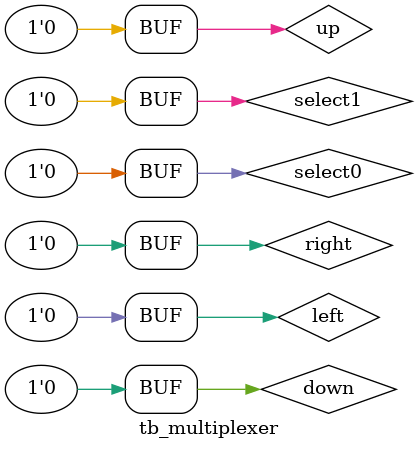
<source format=v>
`timescale 1ns / 1ps

module tb_multiplexer;
    reg select0, select1, up, right, down, left;
    wire out;
    
    multiplexer tb1(.select0(select0), .select1(select1), .up(up), .right(right), .down(down), .left(left), .out(out));
    
    initial begin
    select1 = 0; select0 = 0; up = 0; right = 0; down = 0; left = 0;
    #10
    select1 = 0; select0 = 0; up = 1; right = 0; down = 0; left = 0;
    #10
    select1 = 0; select0 = 1; up = 0; right = 0; down = 0; left = 0;
    #10
    select1 = 0; select0 = 1; up = 0; right = 1; down = 0; left = 0;
    #10;
    select1 = 1; select0 = 0; up = 0; right = 0; down = 0; left = 0;
    #10
    select1 = 1; select0 = 0; up = 0; right = 0; down = 1; left = 0;
    #10
    select1 = 1; select0 = 1; up = 0; right = 0; down = 0; left = 0;
    #10
    select1 = 1; select0 = 1; up = 0; right = 0; down = 0; left = 1;
    #10
    select1 = 0; select0 = 0; up = 0; right = 0; down = 0; left = 0;
    #10;
    end
    
endmodule

</source>
